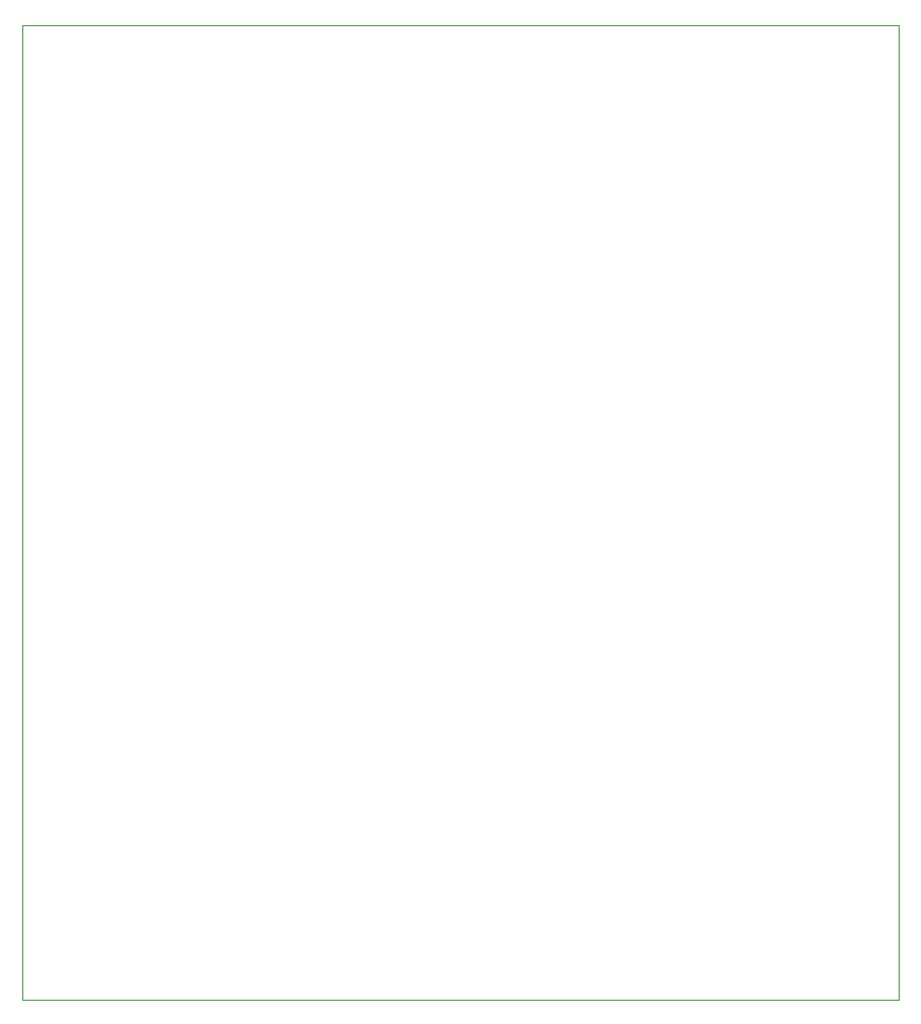
<source format=gbr>
%TF.GenerationSoftware,KiCad,Pcbnew,8.0.3*%
%TF.CreationDate,2024-06-23T19:26:25-05:00*%
%TF.ProjectId,Vehicle Power Switch,56656869-636c-4652-9050-6f7765722053,rev?*%
%TF.SameCoordinates,Original*%
%TF.FileFunction,Profile,NP*%
%FSLAX46Y46*%
G04 Gerber Fmt 4.6, Leading zero omitted, Abs format (unit mm)*
G04 Created by KiCad (PCBNEW 8.0.3) date 2024-06-23 19:26:25*
%MOMM*%
%LPD*%
G01*
G04 APERTURE LIST*
%TA.AperFunction,Profile*%
%ADD10C,0.050000*%
%TD*%
G04 APERTURE END LIST*
D10*
X56000000Y-50000000D02*
X132500000Y-50000000D01*
X132500000Y-135000000D01*
X56000000Y-135000000D01*
X56000000Y-50000000D01*
M02*

</source>
